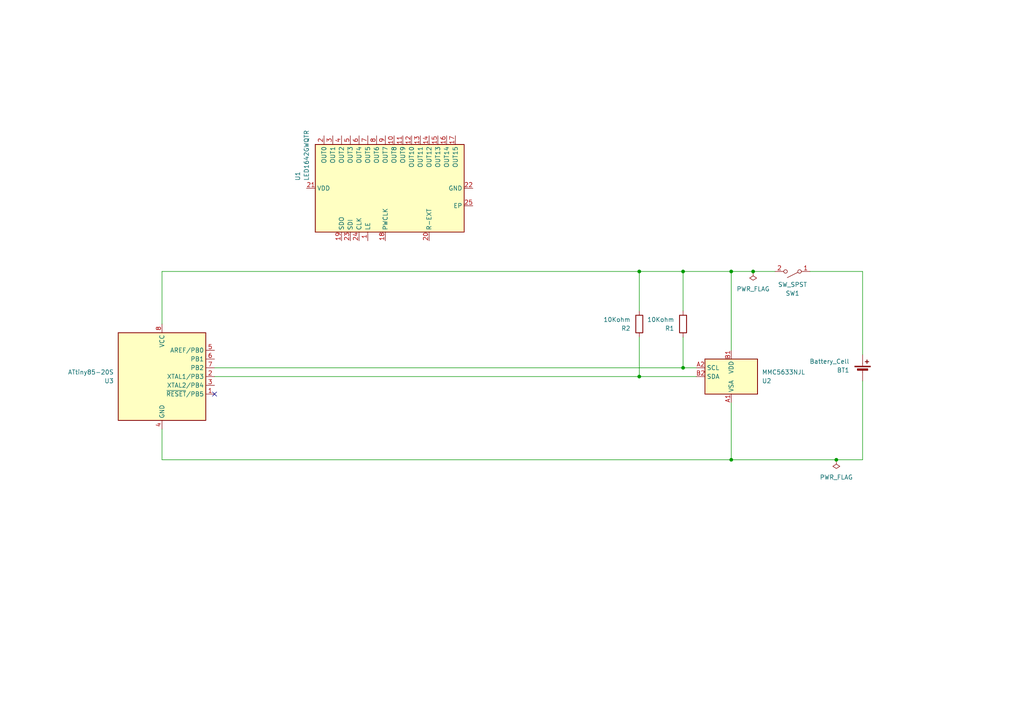
<source format=kicad_sch>
(kicad_sch (version 20250114) (generator "eeschema") (generator_version "9.0")
  (paper "A4")
  (lib_symbols
    (symbol "Device:Battery_Cell" (pin_numbers (hide yes)) (pin_names (offset 0) (hide yes))
      (property "Reference" "BT" (at 2.54 2.54 0))
      (property "Value" "Battery_Cell" (at 2.54 0 0))
      (symbol "Battery_Cell_0_1"
        (rectangle (start -2.286 1.778) (end 2.286 1.524) (fill (type outline)))
        (rectangle (start -1.524 1.016) (end 1.524 0.508) (fill (type outline)))
        (polyline (pts (xy 0 1.778) (xy 0 2.54)))
        (polyline (pts (xy 0 0.762) (xy 0 0)))
        (polyline (pts (xy 0.762 3.048) (xy 1.778 3.048)) (stroke (width 0.254)))
        (polyline (pts (xy 1.27 3.556) (xy 1.27 2.54)) (stroke (width 0.254)))
      )
      (symbol "Battery_Cell_1_1"
        (pin passive line (at 0 5.08 270) (length 2.54) (name "+") (number "1"))
        (pin passive line (at 0 -2.54 90) (length 2.54) (name "-") (number "2"))
      )
    )
    (symbol "Device:R" (pin_numbers (hide yes)) (pin_names (offset 0))
      (property "Reference" "R" (at 2.032 0 90))
      (property "Value" "R" (at 0 0 90))
      (symbol "R_0_1"
        (rectangle (start -1.016 -2.54) (end 1.016 2.54) (stroke (width 0.254)))
      )
      (symbol "R_1_1"
        (pin passive line (at 0 3.81 270) (length 1.27) (name "~") (number "1"))
        (pin passive line (at 0 -3.81 90) (length 1.27) (name "~") (number "2"))
      )
    )
    (symbol "Driver_LED:LED1642GWQTR"
      (property "Reference" "U" (at -12.7 21.59 0))
      (property "Value" "LED1642GWQTR" (at 2.54 21.59 0))
      (symbol "LED1642GWQTR_0_1"
        (rectangle (start -12.7 20.32) (end 12.7 -22.86) (stroke (width 0.254)) (fill (type background)))
      )
      (symbol "LED1642GWQTR_1_1"
        (pin output line (at -15.24 12.7 0) (length 2.54) (name "SDO") (number "19"))
        (pin input line (at -15.24 10.16 0) (length 2.54) (name "SDI") (number "23"))
        (pin input line (at -15.24 7.62 0) (length 2.54) (name "CLK") (number "24"))
        (pin input line (at -15.24 5.08 0) (length 2.54) (name "LE") (number "1"))
        (pin input line (at -15.24 0 0) (length 2.54) (name "PWCLK") (number "18"))
        (pin passive line (at -15.24 -12.7 0) (length 2.54) (name "R-EXT") (number "20"))
        (pin passive line (at -5.08 -25.4 90) (length 2.54) (name "EP") (number "25"))
        (pin power_in line (at 0 22.86 270) (length 2.54) (name "VDD") (number "21"))
        (pin power_in line (at 0 -25.4 90) (length 2.54) (name "GND") (number "22"))
        (pin output line (at 15.24 17.78 180) (length 2.54) (name "OUT0") (number "2"))
        (pin output line (at 15.24 15.24 180) (length 2.54) (name "OUT1") (number "3"))
        (pin output line (at 15.24 12.7 180) (length 2.54) (name "OUT2") (number "4"))
        (pin output line (at 15.24 10.16 180) (length 2.54) (name "OUT3") (number "5"))
        (pin output line (at 15.24 7.62 180) (length 2.54) (name "OUT4") (number "6"))
        (pin output line (at 15.24 5.08 180) (length 2.54) (name "OUT5") (number "7"))
        (pin output line (at 15.24 2.54 180) (length 2.54) (name "OUT6") (number "8"))
        (pin output line (at 15.24 0 180) (length 2.54) (name "OUT7") (number "9"))
        (pin output line (at 15.24 -2.54 180) (length 2.54) (name "OUT8") (number "10"))
        (pin output line (at 15.24 -5.08 180) (length 2.54) (name "OUT9") (number "11"))
        (pin output line (at 15.24 -7.62 180) (length 2.54) (name "OUT10") (number "12"))
        (pin output line (at 15.24 -10.16 180) (length 2.54) (name "OUT11") (number "13"))
        (pin output line (at 15.24 -12.7 180) (length 2.54) (name "OUT12") (number "14"))
        (pin output line (at 15.24 -15.24 180) (length 2.54) (name "OUT13") (number "15"))
        (pin output line (at 15.24 -17.78 180) (length 2.54) (name "OUT14") (number "16"))
        (pin output line (at 15.24 -20.32 180) (length 2.54) (name "OUT15") (number "17"))
      )
    )
    (symbol "MCU_Microchip_ATtiny:ATtiny85-20S"
      (property "Reference" "U" (at -12.7 13.97 0))
      (property "Value" "ATtiny85-20S" (at 2.54 -13.97 0))
      (symbol "ATtiny85-20S_0_1"
        (rectangle (start -12.7 -12.7) (end 12.7 12.7) (stroke (width 0.254)) (fill (type background)))
      )
      (symbol "ATtiny85-20S_1_1"
        (pin power_in line (at 0 15.24 270) (length 2.54) (name "VCC") (number "8"))
        (pin power_in line (at 0 -15.24 90) (length 2.54) (name "GND") (number "4"))
        (pin bidirectional line (at 15.24 7.62 180) (length 2.54) (name "AREF/PB0") (number "5"))
        (pin bidirectional line (at 15.24 5.08 180) (length 2.54) (name "PB1") (number "6"))
        (pin bidirectional line (at 15.24 2.54 180) (length 2.54) (name "PB2") (number "7"))
        (pin bidirectional line (at 15.24 0 180) (length 2.54) (name "XTAL1/PB3") (number "2"))
        (pin bidirectional line (at 15.24 -2.54 180) (length 2.54) (name "XTAL2/PB4") (number "3"))
        (pin bidirectional line (at 15.24 -5.08 180) (length 2.54) (name "~{RESET}/PB5") (number "1"))
      )
    )
    (symbol "Sensor_Magnetic:MMC5633NJL"
      (property "Reference" "U" (at -2.54 8.255 0))
      (property "Value" "MMC5633NJL" (at -2.54 6.35 0))
      (symbol "MMC5633NJL_0_1"
        (rectangle (start -7.62 -5.08) (end 7.62 5.08) (stroke (width 0.254)) (fill (type background)))
      )
      (symbol "MMC5633NJL_1_1"
        (pin input line (at -10.16 2.54 0) (length 2.54) (name "SCL") (number "A2"))
        (pin bidirectional line (at -10.16 0 0) (length 2.54) (name "SDA") (number "B2"))
        (pin power_in line (at 0 7.62 270) (length 2.54) (name "VDD") (number "B1"))
        (pin power_in line (at 0 -7.62 90) (length 2.54) (name "VSA") (number "A1"))
      )
    )
    (symbol "Switch:SW_SPST" (pin_names (offset 0) (hide yes))
      (property "Reference" "SW" (at 0 3.175 0))
      (property "Value" "SW_SPST" (at 0 -2.54 0))
      (symbol "SW_SPST_0_0"
        (circle (center -2.032 0) (radius 0.508))
        (polyline (pts (xy -1.524 0.254) (xy 1.524 1.778)))
        (circle (center 2.032 0) (radius 0.508))
      )
      (symbol "SW_SPST_1_1"
        (pin passive line (at -5.08 0 0) (length 2.54) (name "A") (number "1"))
        (pin passive line (at 5.08 0 180) (length 2.54) (name "B") (number "2"))
      )
    )
    (symbol "power:PWR_FLAG" (power) (pin_numbers (hide yes)) (pin_names (offset 0) (hide yes))
      (property "Value" "PWR_FLAG" (at 0 3.81 0))
      (symbol "PWR_FLAG_0_0"
        (pin power_out line (at 0 0 90) (length 0) (name "~") (number "1"))
      )
      (symbol "PWR_FLAG_0_1"
        (polyline (pts (xy 0 0) (xy 0 1.27) (xy -1.016 1.905) (xy 0 2.54) (xy 1.016 1.905) (xy 0 1.27)))
      )
    )
  )
  (junction (at 198.12 78.74))
  (junction (at 185.42 109.22))
  (junction (at 218.44 78.74))
  (junction (at 242.57 133.35))
  (junction (at 212.09 133.35))
  (junction (at 185.42 78.74))
  (junction (at 212.09 78.74))
  (junction (at 198.12 106.68))
  (no_connect (at 62.23 114.3))
  (wire (pts (xy 212.09 101.6) (xy 212.09 78.74)))
  (wire (pts (xy 212.09 133.35) (xy 212.09 116.84)))
  (wire (pts (xy 250.19 133.35) (xy 242.57 133.35)))
  (wire (pts (xy 185.42 109.22) (xy 185.42 97.79)))
  (wire (pts (xy 46.99 93.98) (xy 46.99 78.74)))
  (wire (pts (xy 201.93 109.22) (xy 185.42 109.22)))
  (wire (pts (xy 201.93 106.68) (xy 198.12 106.68)))
  (wire (pts (xy 185.42 109.22) (xy 62.23 109.22)))
  (wire (pts (xy 212.09 78.74) (xy 198.12 78.74)))
  (wire (pts (xy 218.44 78.74) (xy 212.09 78.74)))
  (wire (pts (xy 198.12 106.68) (xy 62.23 106.68)))
  (wire (pts (xy 185.42 90.17) (xy 185.42 78.74)))
  (wire (pts (xy 250.19 78.74) (xy 234.95 78.74)))
  (wire (pts (xy 198.12 90.17) (xy 198.12 78.74)))
  (wire (pts (xy 250.19 110.49) (xy 250.19 133.35)))
  (wire (pts (xy 212.09 133.35) (xy 46.99 133.35)))
  (wire (pts (xy 198.12 78.74) (xy 185.42 78.74)))
  (wire (pts (xy 242.57 133.35) (xy 212.09 133.35)))
  (wire (pts (xy 46.99 133.35) (xy 46.99 124.46)))
  (wire (pts (xy 224.79 78.74) (xy 218.44 78.74)))
  (wire (pts (xy 250.19 102.87) (xy 250.19 78.74)))
  (wire (pts (xy 185.42 78.74) (xy 46.99 78.74)))
  (wire (pts (xy 198.12 106.68) (xy 198.12 97.79)))
  (symbol (lib_id "Driver_LED:LED1642GWQTR") (at 111.76 54.61 90) (unit 1)
    (property "Reference" "U1" (at 86.36 52.4667 0) (effects (justify left)))
    (property "Value" "LED1642GWQTR" (at 88.9 52.4667 0) (effects (justify left)))
    (property "Footprint" "Package_DFN_QFN:QFN-24-1EP_4x4mm_P0.5mm_EP2.15x2.15mm" (effects (hide yes)))
    (property "Datasheet" "https://www.st.com/resource/en/datasheet/led1642gw.pdf" (effects (hide yes)))
    (property "Description" "16-channel LED driver with error detection, current gain control and 12/16 bit PWM brightness control, QFN-24" (effects (hide yes)))
  )
  (symbol (lib_id "Sensor_Magnetic:MMC5633NJL") (at 212.09 109.22 0) (unit 1)
    (property "Reference" "U2" (at 220.98 110.4901 0) (effects (justify left)))
    (property "Value" "MMC5633NJL" (at 220.98 107.9501 0) (effects (justify left)))
    (property "Footprint" "Package_BGA:WLP-4_0.86x0.86mm_P0.4mm" (effects (hide yes)))
    (property "Datasheet" "http://www.memsic.com/uploadfiles/2020/08/20200827165106864.pdf" (effects (hide yes)))
    (property "Description" "3-axis AMR Magnetometer, 30 G, I2C & I3C  Interface, 2mG RMS, WLP-4" (effects (hide yes)))
  )
  (symbol (lib_id "Device:R") (at 198.12 93.98 180) (unit 1)
    (property "Reference" "R1" (at 195.58 95.2501 0) (effects (justify left)))
    (property "Value" "10Kohm" (at 195.58 92.7101 0) (effects (justify left)))
    (property "Footprint" "Resistor_SMD:R_0805_2012Metric_Pad1.20x1.40mm_HandSolder" (effects (hide yes)))
    (property "Description" "Resistor" (effects (hide yes)))
  )
  (symbol (lib_id "Switch:SW_SPST") (at 229.87 78.74 180) (unit 1)
    (property "Reference" "SW1" (at 229.87 85.09 0))
    (property "Value" "SW_SPST" (at 229.87 82.55 0))
    (property "Footprint" "Button_Switch_SMD:SW_SPST_B3U-1000P" (effects (hide yes)))
    (property "Description" "Single Pole Single Throw (SPST) switch" (effects (hide yes)))
  )
  (symbol (lib_id "power:PWR_FLAG") (at 218.44 78.74 180) (unit 1)
    (property "Reference" "#FLG01" (effects (hide yes)))
    (property "Value" "PWR_FLAG" (at 218.44 83.82 0))
    (property "Description" "Special symbol for telling ERC where power comes from" (effects (hide yes)))
  )
  (symbol (lib_id "Device:R") (at 185.42 93.98 180) (unit 1)
    (property "Reference" "R2" (at 182.88 95.2501 0) (effects (justify left)))
    (property "Value" "10Kohm" (at 182.88 92.7101 0) (effects (justify left)))
    (property "Footprint" "Resistor_SMD:R_0805_2012Metric_Pad1.20x1.40mm_HandSolder" (effects (hide yes)))
    (property "Description" "Resistor" (effects (hide yes)))
  )
  (symbol (lib_id "power:PWR_FLAG") (at 242.57 133.35 180) (unit 1)
    (property "Reference" "#FLG02" (effects (hide yes)))
    (property "Value" "PWR_FLAG" (at 242.57 138.43 0))
    (property "Description" "Special symbol for telling ERC where power comes from" (effects (hide yes)))
  )
  (symbol (lib_id "Device:Battery_Cell") (at 250.19 107.95 0) (unit 1)
    (property "Reference" "BT1" (at 246.38 107.3786 0) (effects (justify right)))
    (property "Value" "Battery_Cell" (at 246.38 104.8386 0) (effects (justify right)))
    (property "Footprint" "Battery:BatteryHolder_Keystone_3034_1x20mm" (effects (hide yes)))
    (property "Description" "Single-cell battery" (effects (hide yes)))
  )
  (symbol (lib_id "MCU_Microchip_ATtiny:ATtiny85-20S") (at 46.99 109.22 0) (unit 1)
    (property "Reference" "U3" (at 33.02 110.4901 0) (effects (justify right)))
    (property "Value" "ATtiny85-20S" (at 33.02 107.9501 0) (effects (justify right)))
    (property "Footprint" "Package_SO:SOIC-8_5.3x5.3mm_P1.27mm" (effects (hide yes)))
    (property "Datasheet" "http://ww1.microchip.com/downloads/en/DeviceDoc/atmel-2586-avr-8-bit-microcontroller-attiny25-attiny45-attiny85_datasheet.pdf" (effects (hide yes)))
    (property "Description" "20MHz, 8kB Flash, 512B SRAM, 512B EEPROM, debugWIRE, SOIC-8" (effects (hide yes)))
  )
)
</source>
